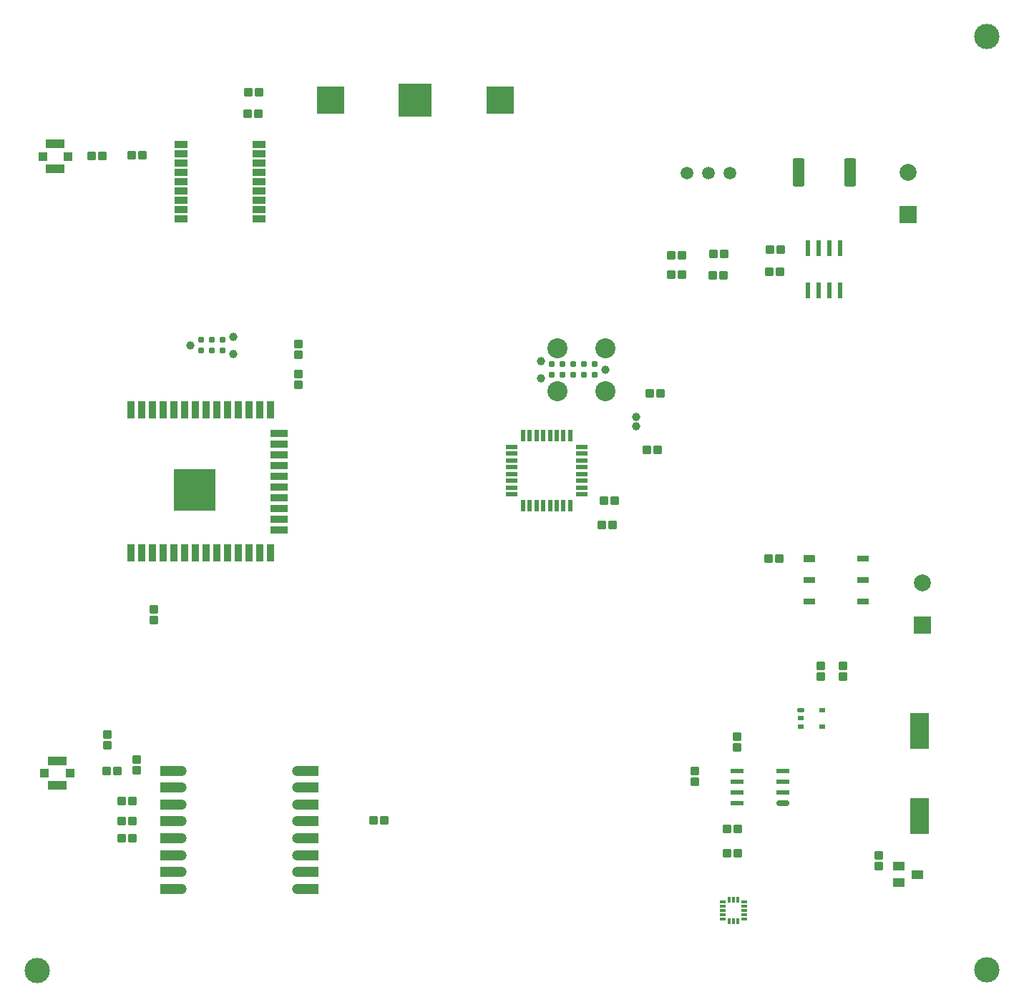
<source format=gbr>
%TF.GenerationSoftware,KiCad,Pcbnew,(5.99.0-10506-gb986797469)*%
%TF.CreationDate,2021-06-08T11:43:44+02:00*%
%TF.ProjectId,LoRa tracker,4c6f5261-2074-4726-9163-6b65722e6b69,rev?*%
%TF.SameCoordinates,Original*%
%TF.FileFunction,Soldermask,Top*%
%TF.FilePolarity,Negative*%
%FSLAX46Y46*%
G04 Gerber Fmt 4.6, Leading zero omitted, Abs format (unit mm)*
G04 Created by KiCad (PCBNEW (5.99.0-10506-gb986797469)) date 2021-06-08 11:43:44*
%MOMM*%
%LPD*%
G01*
G04 APERTURE LIST*
G04 Aperture macros list*
%AMRoundRect*
0 Rectangle with rounded corners*
0 $1 Rounding radius*
0 $2 $3 $4 $5 $6 $7 $8 $9 X,Y pos of 4 corners*
0 Add a 4 corners polygon primitive as box body*
4,1,4,$2,$3,$4,$5,$6,$7,$8,$9,$2,$3,0*
0 Add four circle primitives for the rounded corners*
1,1,$1+$1,$2,$3*
1,1,$1+$1,$4,$5*
1,1,$1+$1,$6,$7*
1,1,$1+$1,$8,$9*
0 Add four rect primitives between the rounded corners*
20,1,$1+$1,$2,$3,$4,$5,0*
20,1,$1+$1,$4,$5,$6,$7,0*
20,1,$1+$1,$6,$7,$8,$9,0*
20,1,$1+$1,$8,$9,$2,$3,0*%
%AMOutline5P*
0 Free polygon, 5 corners , with rotation*
0 The origin of the aperture is its center*
0 number of corners: always 8*
0 $1 to $10 corner X, Y*
0 $11 Rotation angle, in degrees counterclockwise*
0 create outline with 8 corners*
4,1,5,$1,$2,$3,$4,$5,$6,$7,$8,$9,$10,$1,$2,$11*%
%AMOutline6P*
0 Free polygon, 6 corners , with rotation*
0 The origin of the aperture is its center*
0 number of corners: always 6*
0 $1 to $12 corner X, Y*
0 $13 Rotation angle, in degrees counterclockwise*
0 create outline with 6 corners*
4,1,6,$1,$2,$3,$4,$5,$6,$7,$8,$9,$10,$11,$12,$1,$2,$13*%
%AMOutline7P*
0 Free polygon, 7 corners , with rotation*
0 The origin of the aperture is its center*
0 number of corners: always 7*
0 $1 to $14 corner X, Y*
0 $15 Rotation angle, in degrees counterclockwise*
0 create outline with 7 corners*
4,1,7,$1,$2,$3,$4,$5,$6,$7,$8,$9,$10,$11,$12,$13,$14,$1,$2,$15*%
%AMOutline8P*
0 Free polygon, 8 corners , with rotation*
0 The origin of the aperture is its center*
0 number of corners: always 8*
0 $1 to $16 corner X, Y*
0 $17 Rotation angle, in degrees counterclockwise*
0 create outline with 8 corners*
4,1,8,$1,$2,$3,$4,$5,$6,$7,$8,$9,$10,$11,$12,$13,$14,$15,$16,$1,$2,$17*%
G04 Aperture macros list end*
%ADD10RoundRect,0.250000X-0.300000X0.250000X-0.300000X-0.250000X0.300000X-0.250000X0.300000X0.250000X0*%
%ADD11R,0.800000X0.300000*%
%ADD12R,0.300000X0.800000*%
%ADD13RoundRect,0.250000X0.300000X-0.250000X0.300000X0.250000X-0.300000X0.250000X-0.300000X-0.250000X0*%
%ADD14R,2.000000X2.000000*%
%ADD15C,2.000000*%
%ADD16C,3.000000*%
%ADD17R,2.800000X1.200000*%
%ADD18C,1.200000*%
%ADD19RoundRect,0.250000X0.250000X0.300000X-0.250000X0.300000X-0.250000X-0.300000X0.250000X-0.300000X0*%
%ADD20R,0.570000X1.460000*%
%ADD21R,1.460000X0.570000*%
%ADD22RoundRect,0.150000X-0.625000X0.150000X-0.625000X-0.150000X0.625000X-0.150000X0.625000X0.150000X0*%
%ADD23R,1.550000X0.600000*%
%ADD24R,2.310000X4.220000*%
%ADD25R,1.399540X0.998220*%
%ADD26RoundRect,0.137500X0.262500X-0.137500X0.262500X0.137500X-0.262500X0.137500X-0.262500X-0.137500X0*%
%ADD27R,0.800000X0.550000*%
%ADD28Outline5P,0.400000X0.700000X0.400000X-0.700000X-0.400000X-0.700000X-0.400000X0.540000X-0.240000X0.700000X270.000000*%
%ADD29R,1.400000X0.800000*%
%ADD30C,0.990600*%
%ADD31C,2.374900*%
%ADD32C,0.787400*%
%ADD33C,1.500000*%
%ADD34RoundRect,0.250000X-0.250000X-0.300000X0.250000X-0.300000X0.250000X0.300000X-0.250000X0.300000X0*%
%ADD35R,0.600000X1.970000*%
%ADD36R,0.900000X2.000000*%
%ADD37R,2.000000X0.900000*%
%ADD38R,5.000000X5.000000*%
%ADD39R,1.000000X1.000000*%
%ADD40R,2.200000X1.050000*%
%ADD41C,1.000000*%
%ADD42RoundRect,0.249999X0.450001X1.425001X-0.450001X1.425001X-0.450001X-1.425001X0.450001X-1.425001X0*%
%ADD43R,3.180000X3.180000*%
%ADD44R,3.960000X3.960000*%
%ADD45R,1.600000X0.900000*%
G04 APERTURE END LIST*
D10*
%TO.C,C26*%
X87142252Y-179639884D03*
X85872252Y-179639884D03*
%TD*%
%TO.C,R9*%
X85392252Y-173719884D03*
X84122252Y-173719884D03*
%TD*%
%TO.C,C7*%
X102113748Y-93387116D03*
X100843748Y-93387116D03*
%TD*%
D11*
%TO.C,U3*%
X157013748Y-189232116D03*
X157013748Y-189732116D03*
X157013748Y-190232116D03*
X157013748Y-190732116D03*
X157013748Y-191232116D03*
D12*
X157788748Y-191507116D03*
X158288748Y-191507116D03*
X158788748Y-191507116D03*
D11*
X159563748Y-191232116D03*
X159563748Y-190732116D03*
X159563748Y-190232116D03*
X159563748Y-189732116D03*
X159563748Y-189232116D03*
D12*
X158788748Y-188957116D03*
X158288748Y-188957116D03*
X157788748Y-188957116D03*
%TD*%
D10*
%TO.C,C5*%
X163808748Y-112002116D03*
X162538748Y-112002116D03*
%TD*%
D13*
%TO.C,C22*%
X148030000Y-135720000D03*
X149300000Y-135720000D03*
%TD*%
D10*
%TO.C,C27*%
X87177252Y-181724884D03*
X85907252Y-181724884D03*
%TD*%
%TO.C,R7*%
X116972000Y-179578000D03*
X115702000Y-179578000D03*
%TD*%
D13*
%TO.C,C21*%
X142661000Y-144577000D03*
X143931000Y-144577000D03*
%TD*%
D14*
%TO.C,J2*%
X180589000Y-156492116D03*
D15*
X180589000Y-151492116D03*
%TD*%
D10*
%TO.C,L1*%
X88318748Y-100872116D03*
X87048748Y-100872116D03*
%TD*%
D16*
%TO.C,REF\u002A\u002A*%
X188248748Y-86772116D03*
%TD*%
D17*
%TO.C,MOD1*%
X107800252Y-187695884D03*
D18*
X106600252Y-187695884D03*
D17*
X107800252Y-185695884D03*
D18*
X106600252Y-185695884D03*
D17*
X107800252Y-183695884D03*
D18*
X106600252Y-183695884D03*
D17*
X107800252Y-181695884D03*
D18*
X106600252Y-181695884D03*
D17*
X107800252Y-179695884D03*
D18*
X106600252Y-179695884D03*
D17*
X107800252Y-177695884D03*
D18*
X106600252Y-177695884D03*
D17*
X107800252Y-175695884D03*
D18*
X106600252Y-175695884D03*
D17*
X107800252Y-173695884D03*
D18*
X106600252Y-173695884D03*
D17*
X91800252Y-173695884D03*
D18*
X93000252Y-173695884D03*
D17*
X91800252Y-175695884D03*
D18*
X93000252Y-175695884D03*
D17*
X91800252Y-177695884D03*
D18*
X93000252Y-177695884D03*
D17*
X91800252Y-179695884D03*
D18*
X93000252Y-179695884D03*
D17*
X91800252Y-181695884D03*
D18*
X93000252Y-181695884D03*
D17*
X91800252Y-183695884D03*
D18*
X93000252Y-183695884D03*
D17*
X91800252Y-185695884D03*
D18*
X93000252Y-185695884D03*
D17*
X91800252Y-187695884D03*
D18*
X93000252Y-187695884D03*
%TD*%
D13*
%TO.C,C4*%
X150875000Y-114975000D03*
X152145000Y-114975000D03*
%TD*%
D19*
%TO.C,R6*%
X89662000Y-155834000D03*
X89662000Y-154564000D03*
%TD*%
D10*
%TO.C,C31*%
X158753748Y-183447116D03*
X157483748Y-183447116D03*
%TD*%
D20*
%TO.C,U7*%
X138944000Y-134046000D03*
X138144000Y-134046000D03*
X137344000Y-134046000D03*
X136544000Y-134046000D03*
X135744000Y-134046000D03*
X134944000Y-134046000D03*
X134144000Y-134046000D03*
X133344000Y-134046000D03*
D21*
X132014000Y-135376000D03*
X132014000Y-136176000D03*
X132014000Y-136976000D03*
X132014000Y-137776000D03*
X132014000Y-138576000D03*
X132014000Y-139376000D03*
X132014000Y-140176000D03*
X132014000Y-140976000D03*
D20*
X133344000Y-142306000D03*
X134144000Y-142306000D03*
X134944000Y-142306000D03*
X135744000Y-142306000D03*
X136544000Y-142306000D03*
X137344000Y-142306000D03*
X138144000Y-142306000D03*
X138944000Y-142306000D03*
D21*
X140274000Y-140976000D03*
X140274000Y-140176000D03*
X140274000Y-139376000D03*
X140274000Y-138576000D03*
X140274000Y-137776000D03*
X140274000Y-136976000D03*
X140274000Y-136176000D03*
X140274000Y-135376000D03*
%TD*%
D22*
%TO.C,U9*%
X164097326Y-177517116D03*
D23*
X164097326Y-176247116D03*
X164097326Y-174977116D03*
X164097326Y-173707116D03*
X158697326Y-173707116D03*
X158697326Y-174977116D03*
X158697326Y-176247116D03*
X158697326Y-177517116D03*
%TD*%
D19*
%TO.C,R2*%
X175448748Y-185032116D03*
X175448748Y-183762116D03*
%TD*%
D24*
%TO.C,PZ1*%
X180288748Y-179077116D03*
X180288748Y-168987116D03*
%TD*%
D25*
%TO.C,Q1*%
X177798928Y-185027156D03*
X177798928Y-186927076D03*
X179998568Y-185977116D03*
%TD*%
D26*
%TO.C,U5*%
X166176248Y-166549616D03*
D27*
X166176248Y-167499616D03*
X166176248Y-168449616D03*
X168776248Y-168449616D03*
X168776248Y-166549616D03*
%TD*%
D28*
%TO.C,U4*%
X167248748Y-148552116D03*
D29*
X167248748Y-151092116D03*
X167248748Y-153632116D03*
X173548748Y-153632116D03*
X173548748Y-151092116D03*
X173548748Y-148552116D03*
%TD*%
D14*
%TO.C,J1*%
X178953748Y-107827116D03*
D15*
X178953748Y-102827116D03*
%TD*%
D19*
%TO.C,C30*%
X171228748Y-162519273D03*
X171228748Y-161249273D03*
%TD*%
D13*
%TO.C,C20*%
X142965000Y-141705000D03*
X144235000Y-141705000D03*
%TD*%
D10*
%TO.C,C6*%
X163738748Y-114672116D03*
X162468748Y-114672116D03*
%TD*%
D30*
%TO.C,CON2*%
X135495000Y-125214000D03*
X135495000Y-127246000D03*
D31*
X143115000Y-128770000D03*
X143115000Y-123690000D03*
X137400000Y-128770000D03*
X137400000Y-123690000D03*
D30*
X143115000Y-126230000D03*
D32*
X141845000Y-125595000D03*
X140575000Y-125595000D03*
X139305000Y-125595000D03*
X138035000Y-125595000D03*
X136765000Y-125595000D03*
X136765000Y-126865000D03*
X138035000Y-126865000D03*
X139305000Y-126865000D03*
X140575000Y-126865000D03*
X141845000Y-126865000D03*
%TD*%
D19*
%TO.C,R10*%
X106770000Y-128040000D03*
X106770000Y-126770000D03*
%TD*%
D33*
%TO.C,U2*%
X157828748Y-102932116D03*
X155288748Y-102932116D03*
X152748748Y-102932116D03*
%TD*%
D34*
%TO.C,R5*%
X153683748Y-173717116D03*
X153683748Y-174987116D03*
%TD*%
D10*
%TO.C,C1*%
X157143748Y-112527116D03*
X155873748Y-112527116D03*
%TD*%
%TO.C,C25*%
X87142252Y-177249884D03*
X85872252Y-177249884D03*
%TD*%
D19*
%TO.C,C24*%
X84187252Y-170664884D03*
X84187252Y-169394884D03*
%TD*%
%TO.C,R11*%
X106770000Y-124440000D03*
X106770000Y-123170000D03*
%TD*%
D10*
%TO.C,C2*%
X157100000Y-115040000D03*
X155830000Y-115040000D03*
%TD*%
D35*
%TO.C,U1*%
X170913748Y-111872116D03*
X169643748Y-111872116D03*
X168373748Y-111872116D03*
X167103748Y-111872116D03*
X167103748Y-116812116D03*
X168373748Y-116812116D03*
X169643748Y-116812116D03*
X170913748Y-116812116D03*
%TD*%
D36*
%TO.C,U6*%
X86995000Y-147946000D03*
X88265000Y-147946000D03*
X89535000Y-147946000D03*
X90805000Y-147946000D03*
X92075000Y-147946000D03*
X93345000Y-147946000D03*
X94615000Y-147946000D03*
X95885000Y-147946000D03*
X97155000Y-147946000D03*
X98425000Y-147946000D03*
X99695000Y-147946000D03*
X100965000Y-147946000D03*
X102235000Y-147946000D03*
X103505000Y-147946000D03*
D37*
X104505000Y-145161000D03*
X104505000Y-143891000D03*
X104505000Y-142621000D03*
X104505000Y-141351000D03*
X104505000Y-140081000D03*
X104505000Y-138811000D03*
X104505000Y-137541000D03*
X104505000Y-136271000D03*
X104505000Y-135001000D03*
X104505000Y-133731000D03*
D36*
X103505000Y-130946000D03*
X102235000Y-130946000D03*
X100965000Y-130946000D03*
X99695000Y-130946000D03*
X98425000Y-130946000D03*
X97155000Y-130946000D03*
X95885000Y-130946000D03*
X94615000Y-130946000D03*
X93345000Y-130946000D03*
X92075000Y-130946000D03*
X90805000Y-130946000D03*
X89535000Y-130946000D03*
X88265000Y-130946000D03*
X86995000Y-130946000D03*
D38*
X94495000Y-140446000D03*
%TD*%
D34*
%TO.C,R4*%
X158693748Y-169667116D03*
X158693748Y-170937116D03*
%TD*%
D39*
%TO.C,AE3*%
X79732000Y-173990000D03*
X76732000Y-173990000D03*
D40*
X78232000Y-172515000D03*
X78232000Y-175465000D03*
%TD*%
D16*
%TO.C,REF\u002A\u002A*%
X75858748Y-197332116D03*
%TD*%
D19*
%TO.C,C28*%
X168558748Y-162562116D03*
X168558748Y-161292116D03*
%TD*%
D10*
%TO.C,C9*%
X83553748Y-100887116D03*
X82283748Y-100887116D03*
%TD*%
D41*
%TO.C,Y2*%
X146760000Y-131830000D03*
X146760000Y-132930000D03*
%TD*%
D30*
%TO.C,CON1*%
X99060000Y-124333000D03*
X99060000Y-122301000D03*
X93980000Y-123317000D03*
D32*
X95250000Y-123952000D03*
X95250000Y-122682000D03*
X96520000Y-123952000D03*
X96520000Y-122682000D03*
X97790000Y-123952000D03*
X97790000Y-122682000D03*
%TD*%
D10*
%TO.C,C8*%
X102023748Y-95957116D03*
X100753748Y-95957116D03*
%TD*%
D13*
%TO.C,C33*%
X148370000Y-129060000D03*
X149640000Y-129060000D03*
%TD*%
D19*
%TO.C,C23*%
X87612252Y-173619884D03*
X87612252Y-172349884D03*
%TD*%
D13*
%TO.C,R3*%
X162383748Y-148577116D03*
X163653748Y-148577116D03*
%TD*%
D10*
%TO.C,C29*%
X158765905Y-180612116D03*
X157495905Y-180612116D03*
%TD*%
D16*
%TO.C,REF\u002A\u002A*%
X188268748Y-197302116D03*
%TD*%
D42*
%TO.C,R1*%
X172098748Y-102892116D03*
X165998748Y-102892116D03*
%TD*%
D39*
%TO.C,AE1*%
X79518748Y-100972116D03*
X76518748Y-100972116D03*
D40*
X78018748Y-99497116D03*
X78018748Y-102447116D03*
%TD*%
D43*
%TO.C,BT1*%
X110578748Y-94272116D03*
X130618748Y-94272116D03*
D44*
X120598748Y-94272116D03*
%TD*%
D45*
%TO.C,MOD2*%
X102107344Y-108362116D03*
X102107344Y-107262116D03*
X102107344Y-106162116D03*
X102107344Y-105062116D03*
X102107344Y-103962116D03*
X102107344Y-102862116D03*
X102107344Y-101762116D03*
X102107344Y-100662116D03*
X102107344Y-99562116D03*
X92907344Y-99562116D03*
X92907344Y-100662116D03*
X92907344Y-101762116D03*
X92907344Y-102862116D03*
X92907344Y-103962116D03*
X92907344Y-105062116D03*
X92907344Y-106162116D03*
X92907344Y-107262116D03*
X92907344Y-108362116D03*
%TD*%
D13*
%TO.C,C3*%
X150858748Y-112652116D03*
X152128748Y-112652116D03*
%TD*%
M02*

</source>
